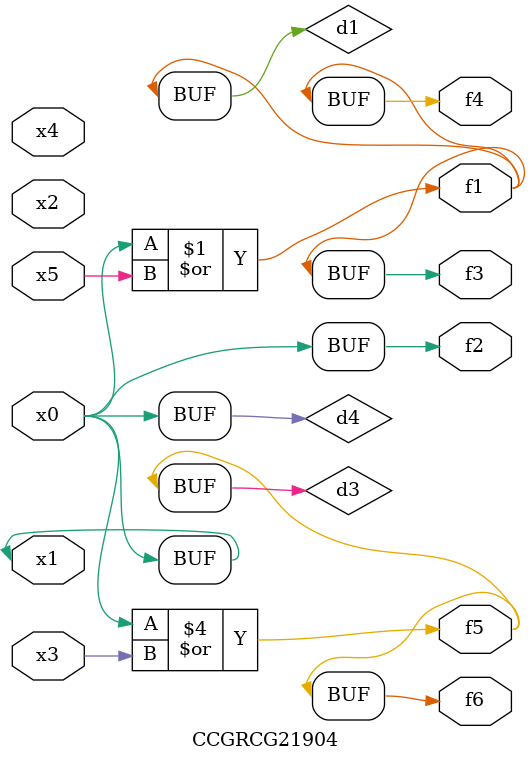
<source format=v>
module CCGRCG21904(
	input x0, x1, x2, x3, x4, x5,
	output f1, f2, f3, f4, f5, f6
);

	wire d1, d2, d3, d4;

	or (d1, x0, x5);
	xnor (d2, x1, x4);
	or (d3, x0, x3);
	buf (d4, x0, x1);
	assign f1 = d1;
	assign f2 = d4;
	assign f3 = d1;
	assign f4 = d1;
	assign f5 = d3;
	assign f6 = d3;
endmodule

</source>
